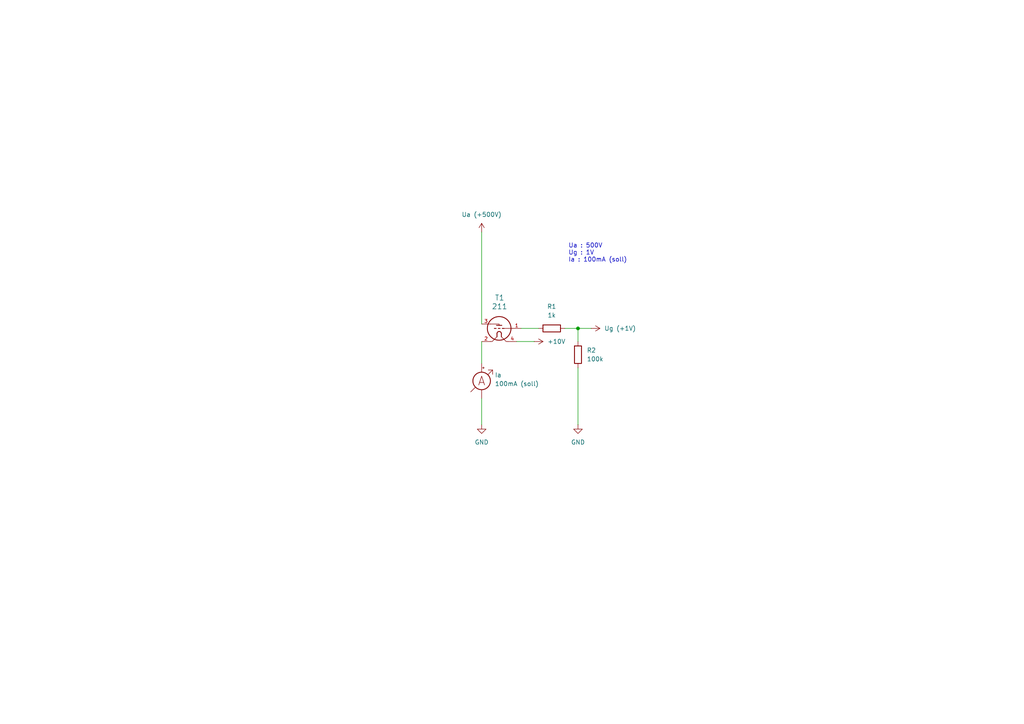
<source format=kicad_sch>
(kicad_sch (version 20231120) (generator "eeschema") (generator_version "8.0")
  (paper "A4")
  (title_block (title "Measure VT4-C/211") (date "2024-07-07") (rev "V1"))
  (lib_symbols
    (symbol "Device:Ammeter_DC" (pin_numbers hide) (pin_names (offset 0.0254) hide)
      (property "Reference" "MES" (at -3.302 1.016 0))
      (property "Value" "Ammeter_DC" (at -3.302 -0.762 0))
      (symbol "Ammeter_DC_0_0"
        (polyline (pts (xy -3.175 -3.175) (xy -1.905 -1.905)))
        (polyline (pts (xy 1.905 1.905) (xy 3.175 3.175)))
        (polyline (pts (xy 1.905 3.175) (xy 3.175 3.175) (xy 3.175 1.905)))
        (text "A" (at 0 0 0) (effects (font (size 2.54 2.54))))
      )
      (symbol "Ammeter_DC_0_1"
        (polyline (pts (xy 0.254 3.81) (xy 0.762 3.81)))
        (polyline (pts (xy 0.508 4.064) (xy 0.508 3.556)))
        (circle (center 0 0) (radius 2.54) (stroke (width 0.254)))
      )
      (symbol "Ammeter_DC_1_1"
        (pin passive line (at 0 -5.08 90) (length 2.54) (name "-") (number "1"))
        (pin passive line (at 0 5.08 270) (length 2.54) (name "+") (number "2"))
      )
    )
    (symbol "Device:R" (pin_numbers hide) (pin_names (offset 0))
      (property "Reference" "R" (at 2.032 0 90))
      (property "Value" "R" (at 0 0 90))
      (symbol "R_0_1"
        (rectangle (start -1.016 -2.54) (end 1.016 2.54) (stroke (width 0.254)))
      )
      (symbol "R_1_1"
        (pin passive line (at 0 3.81 270) (length 1.27) (name "~") (number "1"))
        (pin passive line (at 0 -3.81 90) (length 1.27) (name "~") (number "2"))
      )
    )
    (symbol "power:+10V" (power) (pin_numbers hide) (pin_names (offset 0) hide)
      (property "Value" "+10V" (at 0 3.556 0))
      (symbol "+10V_0_1"
        (polyline (pts (xy -0.762 1.27) (xy 0 2.54)))
        (polyline (pts (xy 0 0) (xy 0 2.54)))
        (polyline (pts (xy 0 2.54) (xy 0.762 1.27)))
      )
      (symbol "+10V_1_1"
        (pin power_in line (at 0 0 90) (length 0) (name "~") (number "1"))
      )
    )
    (symbol "power:+1V0" (power) (pin_numbers hide) (pin_names (offset 0) hide)
      (property "Value" "+1V0" (at 0 3.556 0))
      (symbol "+1V0_0_1"
        (polyline (pts (xy -0.762 1.27) (xy 0 2.54)))
        (polyline (pts (xy 0 0) (xy 0 2.54)))
        (polyline (pts (xy 0 2.54) (xy 0.762 1.27)))
      )
      (symbol "+1V0_1_1"
        (pin power_in line (at 0 0 90) (length 0) (name "~") (number "1"))
      )
    )
    (symbol "power:+5V" (power) (pin_numbers hide) (pin_names (offset 0) hide)
      (property "Value" "+5V" (at 0 3.556 0))
      (symbol "+5V_0_1"
        (polyline (pts (xy -0.762 1.27) (xy 0 2.54)))
        (polyline (pts (xy 0 0) (xy 0 2.54)))
        (polyline (pts (xy 0 2.54) (xy 0.762 1.27)))
      )
      (symbol "+5V_1_1"
        (pin power_in line (at 0 0 90) (length 0) (name "~") (number "1"))
      )
    )
    (symbol "power:GND" (power) (pin_numbers hide) (pin_names (offset 0) hide)
      (property "Value" "GND" (at 0 -3.81 0))
      (symbol "GND_0_1"
        (polyline (pts (xy 0 0) (xy 0 -1.27) (xy 1.27 -1.27) (xy 0 -2.54) (xy -1.27 -1.27) (xy 0 -1.27)))
      )
      (symbol "GND_1_1"
        (pin power_in line (at 0 0 270) (length 0) (name "~") (number "1"))
      )
    )
    (symbol "w_vacuum:211" (pin_names (offset 0.0254) hide)
      (property "Reference" "T" (at 0 -5.08 0))
      (property "Value" "211" (at 0 -7.62 0))
      (symbol "211_0_1"
        (polyline (pts (xy -1.397 0) (xy -0.889 0)) (stroke (width 0.254)))
        (polyline (pts (xy -0.762 0.889) (xy 0.762 0.889)) (stroke (width 0.254)))
        (polyline (pts (xy -0.635 -1.524) (xy -0.635 -2.413)) (stroke (width 0.254)))
        (polyline (pts (xy -0.254 0) (xy 0.254 0)) (stroke (width 0.254)))
        (polyline (pts (xy 0.635 -1.524) (xy 0.635 -2.413)) (stroke (width 0.254)))
        (polyline (pts (xy 0.889 0) (xy 1.397 0)) (stroke (width 0.254)))
        (polyline (pts (xy 3.81 0) (xy 1.397 0)))
        (polyline (pts (xy -2.54 1.27) (xy 0 1.27) (xy 0 0.889)))
        (polyline (pts (xy -0.635 -2.413) (xy -2.032 -3.81) (xy -2.54 -3.81)))
        (polyline (pts (xy 0.635 -2.413) (xy 2.032 -3.81) (xy 2.54 -3.81)))
        (arc (start 0.635 -1.524) (mid 0 -0.8917) (end -0.635 -1.524) (stroke (width 0.254)))
      )
      (symbol "211_1_1"
        (circle (center 0 0) (radius 3.429) (stroke (width 0.254)))
        (pin input line (at 6.35 0 180) (length 2.54) (name "g") (number "1"))
        (pin input line (at -5.08 -3.81 0) (length 2.54) (name "k") (number "2"))
        (pin input line (at -5.08 1.27 0) (length 2.54) (name "a") (number "3"))
        (pin input line (at 5.08 -3.81 180) (length 2.54) (name "k") (number "4"))
      )
    )
  )
  (junction (at 167.64 95.25))
  (wire (pts (xy 139.7 115.57) (xy 139.7 123.19)))
  (wire (pts (xy 149.86 99.06) (xy 154.94 99.06)))
  (wire (pts (xy 139.7 67.31) (xy 139.7 93.98)))
  (wire (pts (xy 163.83 95.25) (xy 167.64 95.25)))
  (wire (pts (xy 139.7 99.06) (xy 139.7 105.41)))
  (wire (pts (xy 167.64 95.25) (xy 167.64 99.06)))
  (wire (pts (xy 167.64 106.68) (xy 167.64 123.19)))
  (wire (pts (xy 151.13 95.25) (xy 156.21 95.25)))
  (wire (pts (xy 167.64 95.25) (xy 171.45 95.25)))
  (text "Ua : 500V\nUg : 1V\nIa : 100mA (soll)" (at 164.846 73.406 0) (effects (font (size 1.27 1.27)) (justify left)))
  (symbol (lib_id "power:+10V") (at 154.94 99.06 270) (unit 1)
    (property "Reference" "#PWR03" (effects (hide yes)))
    (property "Value" "+10V" (at 158.75 99.0599 90) (effects (justify left)))
    (property "Description" "Power symbol creates a global label with name \"+10V\"" (effects (hide yes)))
  )
  (symbol (lib_id "power:+5V") (at 139.7 67.31 0) (unit 1)
    (property "Reference" "#PWR02" (effects (hide yes)))
    (property "Value" "Ua (+500V)" (at 139.7 62.23 0))
    (property "Description" "Power symbol creates a global label with name \"+5V\"" (effects (hide yes)))
  )
  (symbol (lib_id "power:GND") (at 167.64 123.19 0) (unit 1)
    (property "Reference" "#PWR05" (effects (hide yes)))
    (property "Value" "GND" (at 167.64 128.27 0))
    (property "Description" "Power symbol creates a global label with name \"GND\" , ground" (effects (hide yes)))
  )
  (symbol (lib_id "Device:R") (at 160.02 95.25 270) (unit 1)
    (property "Reference" "R1" (at 160.02 88.9 90))
    (property "Value" "1k" (at 160.02 91.44 90))
    (property "Description" "Resistor" (effects (hide yes)))
  )
  (symbol (lib_id "power:GND") (at 139.7 123.19 0) (unit 1)
    (property "Reference" "#PWR01" (effects (hide yes)))
    (property "Value" "GND" (at 139.7 128.27 0))
    (property "Description" "Power symbol creates a global label with name \"GND\" , ground" (effects (hide yes)))
  )
  (symbol (lib_id "power:+1V0") (at 171.45 95.25 270) (unit 1)
    (property "Reference" "#PWR04" (effects (hide yes)))
    (property "Value" "Ug (+1V)" (at 175.26 95.2499 90) (effects (justify left)))
    (property "Description" "Power symbol creates a global label with name \"+1V0\"" (effects (hide yes)))
  )
  (symbol (lib_id "Device:Ammeter_DC") (at 139.7 110.49 0) (unit 1)
    (property "Reference" "Ia" (at 143.51 108.7754 0) (effects (justify left)))
    (property "Value" "100mA (soll)" (at 143.51 111.3154 0) (effects (justify left)))
    (property "Description" "DC ammeter" (effects (hide yes)))
  )
  (symbol (lib_id "Device:R") (at 167.64 102.87 0) (unit 1)
    (property "Reference" "R2" (at 170.18 101.5999 0) (effects (justify left)))
    (property "Value" "100k" (at 170.18 104.1399 0) (effects (justify left)))
    (property "Description" "Resistor" (effects (hide yes)))
  )
  (symbol (lib_id "w_vacuum:211") (at 144.78 95.25 0) (unit 1)
    (property "Reference" "T1" (at 144.907 86.36 0) (effects (font (size 1.524 1.524))))
    (property "Value" "211" (at 144.907 88.9 0) (effects (font (size 1.524 1.524))))
    (property "Description" "211 type Triode Vacuum tube" (effects (hide yes)))
  )
)
</source>
